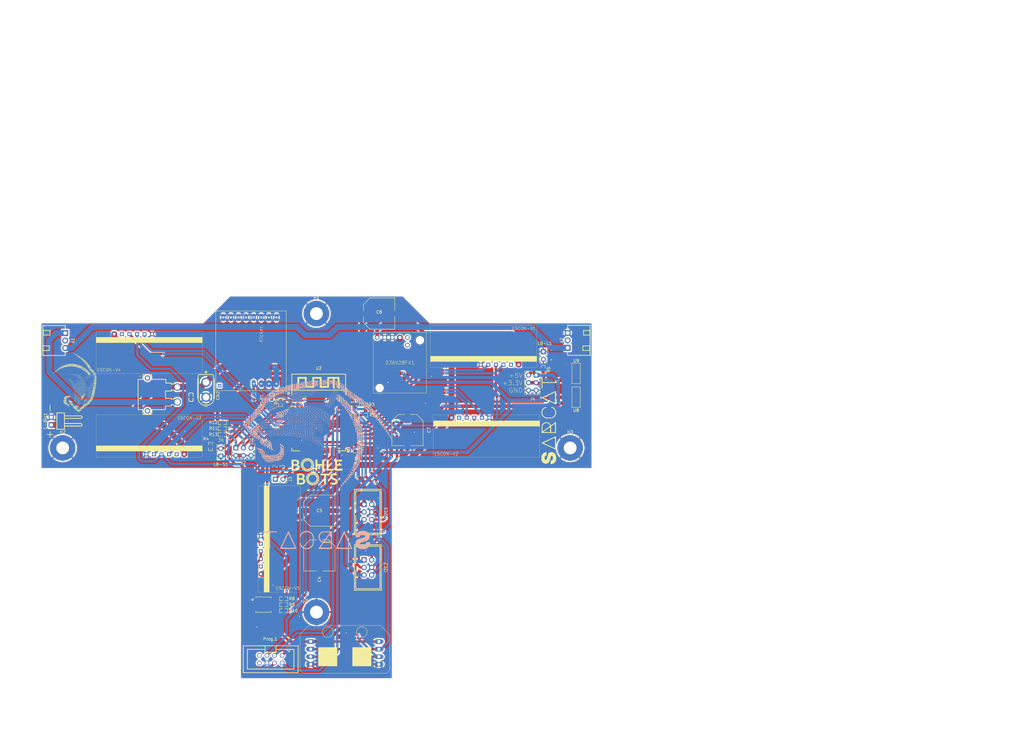
<source format=kicad_pcb>
(kicad_pcb (version 20240108) (generator "pcbnew") (generator_version "8.0")
  (layers (0 "F.Cu" signal) (31 "B.Cu" signal) (34 "B.Paste" user) (35 "F.Paste" user) (36 "B.SilkS" user "B.Silkscreen") (37 "F.SilkS" user "F.Silkscreen") (38 "B.Mask" user) (39 "F.Mask" user) (44 "Edge.Cuts" user))
  (net 0 "")
  (net 1 "GND")
  (net 2 "+5V")
  (net 3 "EN")
  (net 4 "+3.3V")
  (net 5 "DIR1")
  (net 9 "PWM1")
  (net 10 "ENA")
  (net 14 "PWM2")
  (net 15 "DIR2")
  (net 20 "DIR3")
  (net 22 "PWM3")
  (net 25 "DIR4")
  (net 26 "PWM4")
  (net 27 "KICK")
  (net 28 "BOOT")
  (net 29 "TX")
  (net 30 "RX")
  (net 31 "SDA")
  (net 32 "SCL")
  (net 33 "BARRIER")
  (net 34 "PWM5")
  (net 35 "+BATT")
  (net 36 "Net-(A1-Pad3)")
  (net 39 "Net-(LB-L1-Pin_2)")
  (net 42 "P23")
  (net 43 "Net-(LED1---Pad6)")
  (net 44 "Net-(LED1---Pad4)")
  (net 45 "Net-(LED1---Pad5)")
  (net 46 "LED_G")
  (net 47 "LED_R")
  (net 48 "LED_B")
  (net 49 "IN_34")
  (net 50 "IN_35")
  (net 51 "GPIO13")
  (net 52 "GPIO12")
  (net 53 "IN_39")
  (net 54 "Net-(A1-Pad1)")
  (footprint "sarcat:sarcatLabelSmall" (layer "F.Cu") (at 87.8 15.8 90)
    (property "Reference" "G***" (hide yes))
    (property "Value" "LOGO" (hide yes))
  )
  (footprint "sarcat:ESCON-V" (layer "F.Cu") (at -46 -7 90)
    (property "Reference" "ESCON-V4")
    (property "Value" "~")
  )
  (footprint "BohleBots:SOT-223_L6.5-W3.5-P2.30-LS7.0-BR" (layer "F.Cu") (at 97.000001 0.045163 180)
    (property "Reference" "U9")
    (property "Value" "LM1117IMPX-3_3_NOPB")
  )
  (footprint "BohleBots:CAP-SMD_BD10.0-L10.3-W10.3-LS11.3-FD" (layer "F.Cu") (at 40.5 19 -90)
    (property "Reference" "C7")
    (property "Value" "RVT1A221M0605-C72494")
  )
  (footprint "MountingHole:MountingHole_4.3mm_M4_Pad" (layer "F.Cu") (at -75 25)
    (property "Reference" "H2")
    (property "Value" "MountingHole_Pad")
  )
  (footprint "BohleBots:TASTER_LED" (layer "F.Cu") (at 19.5 90.5)
    (property "Reference" "Taster_LED1" (hide yes))
    (property "Value" "~" (hide yes))
  )
  (footprint "Connector_PinSocket_2.54mm:PinSocket_2x03_P2.54mm_Vertical" (layer "F.Cu") (at 83.6 0.6)
    (property "Reference" "J4")
    (property "Value" "Conn_02x03_Odd_Even")
  )
  (footprint "BohleBots:R0603" (layer "F.Cu") (at 25.746634 10.5 180)
    (property "Reference" "R3")
    (property "Value" "SMD-10k")
  )
  (footprint "MountingHole:MountingHole_4.3mm_M4_Pad" (layer "F.Cu") (at 10 -20)
    (property "Reference" "H1")
    (property "Value" "MountingHole_Pad")
  )
  (footprint "BohleBots:CAP-SMD_BD10.0-L10.3-W10.3-LS11.3-FD" (layer "F.Cu") (at 31 -20)
    (property "Reference" "C8")
    (property "Value" "SMD-680uF")
  )
  (footprint "BohleBots:R0603" (layer "F.Cu") (at -0.954152 75.552653)
    (property "Reference" "R8")
    (property "Value" "SMD-220R")
  )
  (footprint "MountingHole:MountingHole_4.3mm_M4_Pad" (layer "F.Cu") (at 95 25)
    (property "Reference" "H3")
    (property "Value" "MountingHole_Pad")
  )
  (footprint "sarcat:ESCON-V" (layer "F.Cu") (at -46 21 -90)
    (property "Reference" "ESCON-V3")
    (property "Value" "~")
  )
  (footprint "BohleBots:WIFIM-SMD_ESP32-WROOM-32-N4" (layer "F.Cu") (at 10.769647 16.828512)
    (property "Reference" "U2")
    (property "Value" "ESP32-WROOM-32")
  )
  (footprint "BohleBots:SOT-223_L6.5-W3.5-P2.30-LS7.0-BR" (layer "F.Cu") (at 97 8 180)
    (property "Reference" "U8")
    (property "Value" "LM1117IMPX-3_3_NOPB")
  )
  (footprint "BohleBots:C0603" (layer "F.Cu") (at -5 8 90)
    (property "Reference" "C3" (hide yes))
    (property "Value" "SMD-1uF")
  )
  (footprint "BohleBots:LED-SMD_6P-L5.0-W5.0-TL_TC5050RGBF08" (layer "F.Cu") (at -7.707518 77.499873)
    (property "Reference" "LED1" (hide yes))
    (property "Value" "led1" (hide yes))
  )
  (footprint "BohleBots:R0603" (layer "F.Cu") (at 23.746635 26)
    (property "Reference" "R7")
    (property "Value" "SMD-10K")
  )
  (footprint "BohleBots:CONN-TH_XH-3AW-C722865" (layer "F.Cu") (at -74.156503 -10.970003 -90)
    (property "Reference" "A1")
    (property "Value" "AKKU 1")
  )
  (footprint "BohleBots:R0603" (layer "F.Cu") (at -0.954152 77.499873)
    (property "Reference" "R9")
    (property "Value" "SMD-220R")
  )
  (footprint "BohleBots:R0603" (layer "F.Cu") (at -21.5 20.54 180)
    (property "Reference" "R13")
    (property "Value" "SMD-10k")
  )
  (footprint "BohleBots:R0603" (layer "F.Cu") (at -11 8 -90)
    (property "Reference" "R1")
    (property "Value" "SMD-10k")
  )
  (footprint "sarcat:ESCON-V" (layer "F.Cu") (at 67 21 90)
    (property "Reference" "ESCON-V2")
    (property "Value" "~")
  )
  (footprint "sarcat:ESCON-V" (layer "F.Cu") (at 66 -9 -90)
    (property "Reference" "ESCON-V1")
    (property "Value" "~")
  )
  (footprint "sarcat:ESCON-V" (layer "F.Cu") (at -2.5 55.5 180)
    (property "Reference" "ESCON-V5")
    (property "Value" "~")
  )
  (footprint "BohleBots:R0603" (layer "F.Cu") (at 25.746634 14 180)
    (property "Reference" "R2")
    (property "Value" "SMD-10k")
  )
  (footprint "BohleBots:CONN-TH_XT30UPB-F" (layer "F.Cu") (at -27 5.5 -90)
    (property "Reference" "CN2")
    (property "Value" "XT30UPB-F")
  )
  (footprint "Connector_PinSocket_2.54mm:PinSocket_1x02_P2.54mm_Vertical" (layer "F.Cu") (at -22.025 27.75 180)
    (property "Reference" "LB-S1")
    (property "Value" "Conn_01x02_Socket")
  )
  (footprint "sarcat:sarcatLogoSmall" (layer "F.Cu") (at -70.8 3.2 -90)
    (property "Reference" "G***" (hide yes))
    (property "Value" "LOGO" (hide yes))
  )
  (footprint "BohleBots:D36V28FX" (layer "F.Cu") (at 40.5 -9.46 180)
    (property "Reference" "D36V28FX1")
    (property "Value" "5V")
  )
  (footprint "BohleBots:logo" (layer "F.Cu") (at 10 33)
    (property "Reference" "G***" (hide yes))
    (property "Value" "LOGO" (hide yes))
  )
  (footprint "BohleBots:R0603" (layer "F.Cu") (at -25.5 24.5 -90)
    (property "Reference" "R4")
    (property "Value" "SMD-10k")
  )
  (footprint "Connector_PinSocket_2.54mm:PinSocket_1x02_P2.54mm_Vertical" (layer "F.Cu") (at -3.75 35.475 90)
    (property "Reference" "J3")
    (property "Value" "Conn_01x02")
  )
  (footprint "BohleBots:CONN-TH_XH-3AW-C722865" (layer "F.Cu") (at 94.156504 -11.029997 90)
    (property "Reference" "A2")
    (property "Value" "AKKU 2")
  )
  (footprint "BohleBots:R0603" (layer "F.Cu") (at -2 9.746634 90)
    (property "Reference" "R6")
    (property "Value" "SMD-10K")
  )
  (footprint "Connector_PinSocket_2.54mm:PinSocket_2x03_P2.54mm_Vertical" (layer "F.Cu") (at -17 25 90)
    (property "Reference" "J2")
    (property "Value" "Conn_02x03_Odd_Even")
  )
  (footprint "BohleBots:HDR-TH_2P-P2.54-H-M-W10.4" (layer "F.Cu") (at -78.8135 16 90)
    (property "Reference" "C-Big1")
    (property "Value" "Pinhead_1x02H")
  )
  (footprint "Connector_PinSocket_2.54mm:PinSocket_1x02_P2.54mm_Vertical" (layer "F.Cu") (at 86.025 -7.25)
    (property "Reference" "LB-L1")
    (property "Value" "Conn_01x02_Socket")
  )
  (footprint "BohleBots:KICKER" (layer "F.Cu") (at -23.71775 6.68625)
    (property "Reference" "Kicker1" (hide yes))
    (property "Value" "~" (hide yes))
  )
  (footprint "BohleBots:CAP-SMD_BD10.0-L10.3-W10.3-LS11.3-FD" (layer "F.Cu") (at 11 61 -90)
    (property "Reference" "C4")
    (property "Value" "SMD-220uF")
  )
  (footprint "BohleBots:R0603" (layer "F.Cu") (at -21.5 16.5 180)
    (property "Reference" "R12")
    (property "Value" "SMD-10k")
  )
  (footprint "BohleBots:CONN-TH_XT30PW-M" (layer "F.Cu") (at -41.6 7.1 -90)
    (property "Reference" "U3" (hide yes))
    (property "Value" "XT30_horizontal" (hide yes))
  )
  (footprint "BohleBots:IDC-TH_8P-P2.54-V-R2-C4-S2.54" (layer "F.Cu") (at -5.310008 95.770003 180)
    (property "Reference" "Prog.1")
    (property "Value" "Pfostenstecker_8_2x4")
  )
  (footprint "BohleBots:R0603" (layer "F.Cu") (at 86 -1.246634 -90)
    (property "Reference" "R5")
    (property "Value" "SMD-100R")
  )
  (footprint "BohleBots:R0603" (layer "F.Cu") (at -21.5 18.5 180)
    (property "Reference" "R11")
    (property "Value" "SMD-10k")
  )
  (footprint "BohleBots:C0603" (layer "F.Cu") (at -32 8 90)
    (property "Reference" "C6" (hide yes))
    (property "Value" "SMD-100nF")
  )
  (footprint "BohleBots:HDR-TH_6P-P2.54-V-F-R2-C3-S2.54-4" (layer "F.Cu") (at 27.229997 65.040005 -90)
    (property "Reference" "I2C2")
    (property "Value" "Pfostenstecker_6_2x3")
  )
  (footprint "BohleBots:HDR-TH_6P-P2.54-V-F-R2-C3-S2.54-4" (layer "F.Cu") (at 27.229997 46.459995 -90)
    (property "Reference" "I2C1")
    (property "Value" "Pfostenstecker_6_2x3")
  )
  (footprint "BohleBots:R0603" (layer "F.Cu") (at -0.954152 79.499873)
    (property "Reference" "R10")
    (property "Value" "SMD-220R")
  )
  (footprint "BohleBots:CAP-SMD_BD10.0-L10.3-W10.3-LS11.3-FD" (layer "F.Cu") (at 11 46)
    (property "Reference" "C5")
    (property "Value" "SMD-220uF_50V")
  )
  (footprint "MountingHole:MountingHole_4.3mm_M4_Pad" (layer "F.Cu") (at 10 80 45)
    (property "Reference" "H4")
    (property "Value" "MountingHole_Pad")
  )
  (footprint "sarcat:sarcatLabel" (layer "B.Cu") (at 10 55.8 180)
    (property "Reference" "G***" (hide yes))
    (property "Value" "LOGO" (hide yes))
  )
  (footprint "sarcat:sarcatLogo" (layer "B.Cu") (at 10 20 180)
    (property "Reference" "G***" (hide yes))
    (property "Value" "LOGO" (hide yes))
  )
  (gr_line (start -28 -17) (end -19 -26) (stroke (width 0.05)) (layer "Edge.Cuts"))
  (gr_line (start 102.39 32) (end 102.39 -17) (stroke (width 0.05)) (layer "Edge.Cuts"))
  (gr_line (start -15.5 102.39) (end 35.5 102.39) (stroke (width 0.05)) (layer "Edge.Cuts"))
  (gr_line (start 48 -17) (end 39 -26) (stroke (width 0.05)) (layer "Edge.Cuts"))
  (gr_line (start -82.39 32) (end -15.5 32) (stroke (width 0.05)) (layer "Edge.Cuts"))
  (gr_line (start -15.5 32) (end -15.5 102.39) (stroke (width 0.05)) (layer "Edge.Cuts"))
  (gr_line (start 48 -17) (end 102.39 -17) (stroke (width 0.05)) (layer "Edge.Cuts"))
  (gr_line (start -82.39 32) (end -82.39 -17) (stroke (width 0.05)) (layer "Edge.Cuts"))
  (gr_line (start 35.5 32) (end 35.5 102.39) (stroke (width 0.05)) (layer "Edge.Cuts"))
  (gr_line (start 102.39 32) (end 35.5 32) (stroke (width 0.05)) (layer "Edge.Cuts"))
  (gr_line (start 39 -26) (end -19 -26) (stroke (width 0.05)) (layer "Edge.Cuts"))
  (gr_line (start -28 -17) (end -82.39 -17) (stroke (width 0.05)) (layer "Edge.Cuts"))
  (gr_text "12\n13" (at -0.5 33.5 90) (layer "F.SilkS") (effects (font (size 1.54 1.54) (thickness 0.1)) (justify left bottom)))
  (gr_text "39 34 35\n" (at -18 23 0) (layer "F.SilkS") (effects (font (size 1 1) (thickness 0.1)) (justify left bottom)))
  (gr_text "+5V\n+3.3V\nGND" (at 79.2 6.6 0) (layer "F.SilkS") (effects (font (size 1.54 1.54) (thickness 0.1)) (justify right bottom)))
  (gr_text "-\n\n+" (at 88 -4 0) (layer "F.SilkS") (effects (font (size 1 1) (thickness 0.1)) (justify left bottom)))
  (gr_text "36\n" (at -23 23 0) (layer "F.SilkS") (effects (font (size 1 1) (thickness 0.1)) (justify left bottom)))
  (gr_text "-   +\n" (at -80.5 10 -90) (layer "F.SilkS") (effects (font (size 2.5 2.5) (thickness 0.22) (bold yes)) (justify left bottom)))
  (segment (start 5.054611 22.554611) (end 5 22.5) (width 1.2) (layer "F.Cu") (net 1))
  (segment (start -5 7.299976) (end 1.246217 7.299976) (width 0.8) (layer "F.Cu") (net 1))
  (segment (start 42.75 19.75) (end 40.5 22) (width 1.2) (layer "F.Cu") (net 1))
  (segment (start 33.459995 46.459995) (end 28.5 46.459995) (width 0.8) (layer "F.Cu") (net 1))
  (segment (start 28.5 65.040005) (end 31.370002 62.170002) (width 0.8) (layer "F.Cu") (net 1))
  (segment (start 5.054611 25.833541) (end 5.054611 22.554611) (width 1.2) (layer "F.Cu") (net 1))
  (segment (start 10.089662 15.163742) (end 11.349264 15.163742) (width 0.5) (layer "F.Cu") (net 1))
  (segment (start 40.5 22) (end 40.5 23.499873) (width 1.2) (layer "F.Cu") (net 1))
  (segment (start 31.370002 62.170002) (end 34.5 59.040005) (width 0.8) (layer "F.Cu") (net 1))
  (segment (start 8.07 97.485) (end 30.93 97.485) (width 0.8) (layer "F.Cu") (net 1))
  (segment (start 34.5 47.5) (end 33.459995 46.459995) (width 0.8) (layer "F.Cu") (net 1))
  (segment (start 34.5 59.040005) (end 34.5 47.5) (width 0.8) (layer "F.Cu") (net 1))
  (segment (start -14.579998 27.54) (end -17 27.54) (width 1.2) (layer "F.Cu") (net 1))
  (segment (start 9.5 15.753404) (end 10.089662 15.163742) (width 1.2) (layer "F.Cu") (net 1))
  (segment (start -14.539999 27.579999) (end -14.579998 27.54) (width 1.2) (layer "F.Cu") (net 1))
  (segment (start 1.246217 7.299976) (end 1.769622 7.823381) (width 0.8) (layer "F.Cu") (net 1))
  (via (at 30.5 25) (size 0.6) (drill 0.3) (layers "F.Cu" "B.Cu") (net 1))
  (via (at 30.75 41.75) (size 0.6) (drill 0.3) (layers "F.Cu" "B.Cu") (net 1))
  (via (at 42.75 19.75) (size 0.6) (drill 0.3) (layers "F.Cu" "B.Cu") (net 1))
  (via (at 5 22.5) (size 0.6) (drill 0.3) (layers "F.Cu" "B.Cu") (net 1))
  (via (at 26.5 59.5) (size 0.6) (drill 0.3) (layers "F.Cu" "B.Cu") (net 1))
  (via (at -10 85) (size 0.6) (drill 0.3) (layers "F.Cu" "B.Cu") (net 1))
  (via (at 4.4 81.4) (size 0.6) (drill 0.3) (layers "F.Cu" "B.Cu") (net 1))
  (via (at -49 1) (size 0.6) (drill 0.3) (layers "F.Cu" "B.Cu") (net 1))
  (via (at 48.5 1) (size 0.6) (drill 0.3) (layers "F.Cu" "B.Cu") (net 1))
  (via (at 18.6 27.4) (size 0.6) (drill 0.3) (layers "F.Cu" "B.Cu") (net 1))
  (via (at 34 3) (size 0.6) (drill 0.3) (layers "F.Cu" "B.Cu") (net 1))
  (via (at 20 87) (size 0.6) (drill 0.3) (layers "F.Cu" "B.Cu") (net 1))
  (via (at -34 19.5) (size 0.6) (drill 0.3) (layers "F.Cu" "B.Cu") (net 1))
  (via (at 18.6 32) (size 0.6) (drill 0.3) (layers "F.Cu" "B.Cu") (net 1))
  (via (at 10 18.5) (size 0.6) (drill 0.3) (layers "F.Cu" "B.Cu") (net 1))
  (via (at 10 29) (size 0.6) (drill 0.3) (layers "F.Cu" "B.Cu") (net 1))
  (via (at -4.5 71) (size 0.6) (drill 0.3) (layers "F.Cu" "B.Cu") (net 1))
  (via (at 46.5 10) (size 0.6) (drill 0.3) (layers "F.Cu" "B.Cu") (net 1))
  (via (at 31.370002 62.170002) (size 0.6) (drill 0.3) (layers "F.Cu" "B.Cu") (net 1))
  (segment (start 26.5 59.5) (end 28.7 59.5) (width 0.8) (layer "B.Cu") (net 1))
  (segment (start 28.7 59.5) (end 31.370002 62.170002) (width 0.8) (layer "B.Cu") (net 1))
  (segment (start -8.5348 54.5348) (end -8.5 54.5) (width 0.8) (layer "B.Cu") (net 1))
  (segment (start -8.6214 54.5348) (end -8.5348 54.5348) (width 0.8) (layer "B.Cu") (net 1))
  (segment (start -4.5 58.5) (end -4.5 71) (width 0.8) (layer "B.Cu") (net 1))
  (segment (start -8.5 54.5) (end -4.5 58.5) (width 0.8) (layer "B.Cu") (net 1))
  (segment (start 75.5 -13.5) (end 82 -7) (width 1.2) (layer "F.Cu") (net 2))
  (segment (start 82.66 -0.34) (end 83.6 0.6) (width 1.2) (layer "F.Cu") (net 2))
  (segment (start 43 -16.5) (end 46 -13.5) (width 1.2) (layer "F.Cu") (net 2))
  (segment (start 48.999873 14.500127) (end 40.5 14.500127) (width 1.2) (layer "F.Cu") (net 2))
  (segment (start 82 -0.34) (end 81.06 0.6) (width 1.2) (layer "F.Cu") (net 2))
  (segment (start 35 28) (end 35 20.000127) (width 1.2) (layer "F.Cu") (net 2))
  (segment (start 90.5 11) (end 91.5 10) (width 1.2) (layer "F.Cu") (net 2))
  (segment (start 94.142495 2.345138) (end 91.154862 2.345138) (width 1.2) (layer "F.Cu") (net 2))
  (segment (start 82 -7) (end 82 -0.34) (width 1.2) (layer "F.Cu") (net 2))
  (segment (start 30.34 -14.44) (end 32.4 -16.5) (width 1.2) (layer "F.Cu") (net 2))
  (segment (start 82 -0.34) (end 82.66 -0.34) (width 1.2) (layer "F.Cu") (net 2))
  (segment (start 82 11) (end 58 11) (width 1.2) (layer "F.Cu") (net 2))
  (segment (start 93.842519 10) (end 94.142494 10.299975) (width 1.2) (layer "F.Cu") (net 2))
  (segment (start 32.4 -16.5) (end 43 -16.5) (width 1.2) (layer "F.Cu") (net 2))
  (segment (start 91.5 10) (end 93.842519 10) (width 1.2) (layer "F.Cu") (net 2))
  (segment (start 46 -13.5) (end 75.5 -13.5) (width 1.2) (layer "F.Cu") (net 2))
  (segment (start 52.5 11) (end 48.999873 14.500127) (width 1.2) (layer "F.Cu") (net 2))
  (segment (start 35 20.000127) (end 40.5 14.500127) (width 1.2) (layer "F.Cu") (net 2))
  (segment (start 82 11) (end 90.5 11) (width 1.2) (layer "F.Cu") (net 2))
  (segment (start 30.34 -12) (end 30.34 -14.44) (width 1.2) (layer "F.Cu") (net 2))
  (segment (start 91.154862 2.345138) (end 91 2.5) (width 1.2) (layer "F.Cu") (net 2))
  (via (at 35 28) (size 0.6) (drill 0.3) (layers "F.Cu" "B.Cu") (net 2))
  (via (at 52.5 11) (size 0.6) (drill 0.3) (layers "F.Cu" "B.Cu") (net 2))
  (via (at 91 2.5) (size 0.6) (drill 0.3) (layers "F.Cu" "B.Cu") (net 2))
  (via (at 58 11) (size 0.6) (drill 0.3) (layers "F.Cu" "B.Cu") (net 2))
  (via (at 91.5 10) (size 0.6) (drill 0.3) (layers "F.Cu" "B.Cu") (net 2))
  (segment (start 22.229997 52.729997) (end 25.959994 49) (width 1.2) (layer "B.Cu") (net 2))
  (segment (start 24.100111 67.58001) (end 20.1 63.579899) (width 1.2) (layer "B.Cu") (net 2))
  (segment (start 25.959994 67.58001) (end 24.100111 67.58001) (width 1.2) (layer "B.Cu") (net 2))
  (segment (start 20.1 63.579899) (end 20.1 54.859994) (width 1.2) (layer "B.Cu") (net 2))
  (segment (start 83.6 0.6) (end 89.1 0.6) (width 1.2) (layer "B.Cu") (net 2))
  (segment (start 89.1 0.6) (end 91 2.5) (width 1.2) (layer "B.Cu") (net 2))
  (segment (start 22.229997 52.729997) (end 22.229997 40.770003) (width 1.2) (layer "B.Cu") (net 2))
  (segment (start 58 11) (end 52.5 11) (width 1.2) (layer "B.Cu") (net 2))
  (segment (start 22.229997 40.770003) (end 35 28) (width 1.2) (layer "B.Cu") (net 2))
  (segment (start 20.1 54.859994) (end 22.229997 52.729997) (width 1.2) (layer "B.Cu") (net 2))
  (segment (start 91 9.5) (end 91.5 10) (width 1.2) (layer "B.Cu") (net 2))
  (segment (start 91 2.5) (end 91 9.5) (width 1.2) (layer "B.Cu") (net 2))
  (segment (start 1.769622 10.363386) (end -1.863386 10.363386) (width 0.8) (layer "F.Cu") (net 3))
  (segment (start -5 8.700024) (end -3.200024 10.5) (width 0.8) (layer "F.Cu") (net 3))
  (segment (start -7.585786 10.5) (end -3.200024 10.5) (width 0.8) (layer "F.Cu") (net 3))
  (segment (start -19.292893 22.207107) (end -7.585786 10.5) (width 0.8) (layer "F.Cu") (net 3))
  (segment (start -5.499998 98.5) (end -4.040004 97.040006) (width 0.8) (layer "F.Cu") (net 3))
  (segment (start -13 33) (end -13 97) (width 0.8) (layer "F.Cu") (net 3))
  (segment (start -17.125 30.5) (end -15.5 30.5) (width 0.8) (layer "F.Cu") (net 3))
  (segment (start -19.5 28.125) (end -17.125 30.5) (width 0.8) (layer "F.Cu") (net 3))
  (segment (start -15.5 30.5) (end -13 33) (width 0.8) (layer "F.Cu") (net 3))
  (segment (start -11.5 98.5) (end -5.499998 98.5) (width 0.8) (layer "F.Cu") (net 3))
  (segment (start -1.863386 10.363386) (end -2 10.5) (width 0.8) (layer "F.Cu") (net 3))
  (segment (start -13 97) (end -11.5 98.5) (width 0.8) (layer "F.Cu") (net 3))
  (segment (start -3.200024 10.5) (end -2 10.5) (width 0.8) (layer "F.Cu") (net 3))
  (via (at -19.292893 22.207107) (size 0.6) (drill 0.3) (layers "F.Cu" "B.Cu") (net 3))
  (via (at -19.5 28.125) (size 0.6) (drill 0.3) (layers "F.Cu" "B.Cu") (net 3))
  (segment (start -19.5 25.5) (end -19.292893 25.292893) (width 0.8) (layer "B.Cu") (net 3))
  (segment (start -19.5 28.125) (end -19.5 25.5) (width 0.8) (layer "B.Cu") (net 3))
  (segment (start -19.292893 25.292893) (end -19.292893 22.207107) (width 0.8) (layer "B.Cu") (net 3))
  (segment (start 25.959994 43.91999) (end 25.959994 36.459994) (width 1.2) (layer "F.Cu") (net 4))
  (segment (start 11 56.500127) (end 11.279857 56.500127) (width 1.2) (layer "F.Cu") (net 4))
  (segment (start 21.5 82) (end 13.635 89.865) (width 1.2) (layer "F.Cu") (net 4))
  (segment (start 23.859994 43.91999) (end 21.5 46.279984) (width 1.2) (layer "F.Cu") (net 4))
  (segment (start 21.5 63) (end 21.5 82) (width 1.2) (layer "F.Cu") (net 4))
  (segment (start 87 9) (end 88 8) (width 1.2) (layer "F.Cu") (net 4))
  (segment (start 86 3.4) (end 83.86 3.4) (width 1.2) (layer "F.Cu") (net 4))
  (segment (start 88 8) (end 94.142494 8) (width 1.2) (layer "F.Cu") (net 4))
  (segment (start -8.457518 80.457518) (end -9.915036 79) (width 0.8) (layer "F.Cu") (net 4))
  (segment (start 0.949964 89.865) (end -8.457518 80.457518) (width 0.8) (layer "F.Cu") (net 4))
  (segment (start 99.857507 0.045163) (end 94.142495 0.045163) (width 1.2) (layer "F.Cu") (net 4))
  (segment (start -9.915036 79) (end -9.915036 77.499874) (width 0.8) (layer "F.Cu") (net 4))
  (segment (start 30.5 28.5) (end 32.5 26.5) (width 1.2) (layer "F.Cu") (net 4))
  (segment (start -24.213366 20.54) (end -24.253366 20.5) (width 1.2) (layer "F.Cu") (net 4))
  (segment (start 83.86 3.4) (end 83.6 3.14) (width 1.2) (layer "F.Cu") (net 4))
  (segment (start -9.915036 77.499874) (end -9.915037 77.499873) (width 0.8) (layer "F.Cu") (net 4))
  (segment (start 23.5 3.5) (end 23.5 0) (width 0.5) (layer "F.Cu") (net 4))
  (segment (start -25.5 21.746634) (end -25.5 23.746634) (width 1.2) (layer "F.Cu") (net 4))
  (segment (start 11.279857 56.500127) (end 21.5 46.279984) (width 1.2) (layer "F.Cu") (net 4))
  (segment (start 24 28.5) (end 30.5 28.5) (width 1.2) (layer "F.Cu") (net 4))
  (segment (start 5.906616 9.093384) (end 6 9) (width 0.5) (layer "F.Cu") (net 4))
  (segment (start 20.5 6.5) (end 23.5 3.5) (width 0.5) (layer "F.Cu") (net 4))
  (segment (start -23.090938 16.409062) (end -23.090938 11.590938) (width 1.2) (layer "F.Cu") (net 4))
  (segment (start 13.635 89.865) (end 8.07 89.865) (width 1.2) (layer "F.Cu") (net 4))
  (segment (start 99.857507 7.999999) (end 99.857506 8) (width 1.2) (layer "F.Cu") (net 4))
  (segment (start -8.6214 62.1548) (end -8.6214 59.6148) (width 0.8) (layer "F.Cu") (net 4))
  (segment (start 25.959994 36.459994) (end 24 34.5) (width 1.2) (layer "F.Cu") (net 4))
  (segment (start 21.5 46.279984) (end 21.5 63) (width 1.2) (layer "F.Cu") (net 4))
  (segment (start 83.6 3.14) (end 81.06 3.14) (width 1.2) (layer "F.Cu") (net 4))
  (segment (start -24.253366 17.57149) (end -23.090938 16.409062) (width 1.2) (layer "F.Cu") (net 4))
  (segment (start 86 8) (end 87 9) (width 1.2) (layer "F.Cu") (net 4))
  (segment (start 3.135 89.865) (end -1.5 94.5) (width 0.8) (layer "F.Cu") (net 4))
  (segment (start 23.5 0) (end 39 0) (width 1.2) (layer "F.Cu") (net 4))
  (segment (start -24.253366 20.5) (end -24.253366 18) (width 1.2) (layer "F.Cu") (net 4))
  (segment (start 16 6.5) (end 20.5 6.5) (width 0.5) (layer "F.Cu") (net 4))
  (segment (start 86 3.4) (end 86 8) (width 1.2) (layer "F.Cu") (net 4))
  (segment (start -23.753366 18.5) (end -24.253366 18) (width 1.2) (layer "F.Cu") (net 4))
  (segment (start 26.5 14) (end 26.5 10.5) (width 1.2) (layer "F.Cu") (net 4))
  (segment (start 26.5 10.5) (end 26.5 3) (width 1.2) (layer "F.Cu") (net 4))
  (segment (start 24 28.5) (end 24.5 28) (width 1.2) (layer "F.Cu") (net 4))
  (segment (start 24.5 28) (end 24.5 26) (width 1.2) (layer "F.Cu") (net 4))
  (segment (start -22.253366 16.5) (end -23 16.5) (width 1.2) (layer "F.Cu") (net 4))
  (segment (start -22.253366 18.5) (end -23.753366 18.5) (width 1.2) (layer "F.Cu") (net 4))
  (segment (start -1.899884 9.093384) (end -2 8.993268) (width 0.5) (layer "F.Cu") (net 4))
  (segment (start 8.07 89.865) (end 30.93 89.865) (width 0.8) (layer "F.Cu") (net 4))
  (segment (start 13.406616 9.093384) (end 16 6.5) (width 0.5) (layer "F.Cu") (net 4))
  (segment (start -22.253366 20.54) (end -24.213366 20.54) (width 1.2) (layer "F.Cu") (net 4))
  (segment (start -24.253366 18) (end -24.253366 17.57149) (width 1.2) (layer "F.Cu") (net 4))
  (segment (start 86 -0.493268) (end 86 3.4) (width 1.2) (layer "F.Cu") (net 4))
  (segment (start -9.915036 75.999746) (end -9.915036 63.448436) (width 0.8) (layer "F.Cu") (net 4))
  (segment (start 1.769622 9.093384) (end 5.906616 9.093384) (width 0.5) (layer "F.Cu") (net 4))
  (segment (start -11.5 0) (end 23.5 0) (width 1.2) (layer "F.Cu") (net 4))
  (segment (start 99.857507 0.045163) (end 99.857507 7.999999) (width 1.2) (layer "F.Cu") (net 4))
  (segment (start -23.090938 11.590938) (end -11.5 0) (width 1.2) (layer "F.Cu") (net 4))
  (segment (start 8.07 89.865) (end 0.949964 89.865) (width 0.8) (layer "F.Cu") (net 4))
  (segment (start 25.959994 43.91999) (end 23.859994 43.91999) (width 1.2) (layer "F.Cu") (net 4))
  (segment (start -24.253366 20.5) (end -25.5 21.746634) (width 1.2) (layer "F.Cu") (net 4))
  (segment (start 8.07 89.865) (end 3.135 89.865) (width 0.8) (layer "F.Cu") (net 4))
  (segment (start 1.769622 9.093384) (end -1.899884 9.093384) (width 0.5) (layer "F.Cu") (net 4))
  (segment (start -9.915036 63.448436) (end -8.6214 62.1548) (width 0.8) (layer "F.Cu") (net 4))
  (segment (start -9.915037 77.499873) (end -9.915037 75.999747) (width 0.8) (layer "F.Cu") (net 4))
  (segment (start 94.142494 8) (end 99.857506 8) (width 1.2) (layer "F.Cu") (net 4))
  (segment (start -9.915037 75.999747) (end -9.915036 75.999746) (width 0.8) (layer "F.Cu") (net 4))
  (segment (start 26.5 3) (end 23.5 0) (width 1.2) (layer "F.Cu") (net 4))
  (segment (start -23 16.5) (end -23.090938 16.409062) (width 1.2) (layer "F.Cu") (net 4))
  (via (at 21.5 63) (size 0.6) (drill 0.3) (layers "F.Cu" "B.Cu") (net 4))
  (via (at 24 28.5) (size 0.6) (drill 0.3) (layers "F.Cu" "B.Cu") (net 4))
  (via (at 24 34.5) (size 0.6) (drill 0.3) (layers "F.Cu" "B.Cu") (net 4))
  (via (at 6 9) (size 0.6) (drill 0.3) (layers "F.Cu" "B.Cu") (net 4))
  (via (at 32.5 26.5) (size 0.6) (drill 0.3) (layers "F.Cu" "B.Cu") (net 4))
  (via (at 39 0) (size 0.6) (drill 0.3) (layers "F.Cu" "B.Cu") (net 4))
  (via (at 87 9) (size 0.6) (drill 0.3) (layers "F.Cu" "B.Cu") (net 4))
  (via (at 13.406616 9.093384) (size 0.6) (drill 0.3) (layers "F.Cu" "B.Cu") (net 4))
  (segment (start 74.5 12.548856) (end 74.5 9) (width 1.2) (layer "B.Cu") (net 4))
  (segment (start 21.5 63) (end 25.459994 63) (width 1.2) (layer "B.Cu") (net 4))
  (segment (start 60.548856 26.5) (end 74.5 12.548856) (width 1.2) (layer "B.Cu") (net 4))
  (segment (start 39 0) (end 42 3) (width 1.2) (layer "B.Cu") (net 4))
  (segment (start 13.313232 9) (end 13.406616 9.093384) (width 0.5) (layer "B.Cu") (net 4))
  (segment (start 80.4 9) (end 82.757919 9) (width 1.2) (layer "B.Cu") (net 4))
  (segment (start 24 34.5) (end 24 28.5) (width 1.2) (layer "B.Cu") (net 4))
  (segment (start 42 3) (end 68.5 3) (width 1.2) (layer "B.Cu") (net 4))
  (segment (start 87 9) (end 82.757919 9) (width 1.2) (layer "B.Cu") (net 4))
  (segment (start 25.459994 63) (end 25.959994 62.5) (width 1.2) (layer "B.Cu") (net 4))
  (segment (start 6 9) (end 13.313232 9) (width 0.5) (layer "B.Cu") (net 4))
  (segment (start 68.5 3) (end 74.5 9) (width 1.2) (layer "B.Cu") (net 4))
  (segment (start 74.5 9) (end 80.4 9) (width 1.2) (layer "B.Cu") (net 4))
  (segment (start 32.5 26.5) (end 60.548856 26.5) (width 1.2) (layer "B.Cu") (net 4))
  (segment (start 45.5 0) (end 53 0) (width 0.8) (layer "F.Cu") (net 5))
  (segment (start 19.769622 17.983402) (end 27.516598 17.983402) (width 0.8) (layer "F.Cu") (net 5))
  (segment (start 27.516598 17.983402) (end 45.5 0) (width 0.8) (layer "F.Cu") (net 5))
  (via (at 53 0) (size 0.6) (drill 0.3) (layers "F.Cu" "B.Cu") (net 5))
  (segment (start 69.7762 0) (end 72.6548 -2.8786) (width 0.8) (layer "B.Cu") (net 5))
  (segment (start 53 0) (end 69.7762 0) (width 0.8) (layer "B.Cu") (net 5))
  (segment (start 19.769622 16.713399) (end 26.786601 16.713399) (width 0.8) (layer "F.Cu") (net 9))
  (segment (start 26.786601 16.713399) (end 34 9.5) (width 0.8) (layer "F.Cu") (net 9))
  (segment (start 34 9.5) (end 44.5 -1) (width 0.8) (layer "F.Cu") (net 9))
  (segment (start 44.5 -1) (end 53 -1) (width 0.8) (layer "F.Cu") (net 9))
  (via (at 53 -1) (size 0.6) (drill 0.3) (layers "F.Cu" "B.Cu") (net 9))
  (segment (start 53 -1) (end 65.6962 -1) (width 0.8) (layer "B.Cu") (net 9))
  (segment (start 65.6962 -1) (end 67.5748 -2.8786) (width 0.8) (layer "B.Cu") (net 9))
  (segment (start 20.166459 25.833541) (end 20.5 25.5) (width 0.8) (layer "F.Cu") (net 10))
  (segment (start 70.5 7) (end 70.1148 6.6148) (width 0.8) (layer "F.Cu") (net 10))
  (segment (start 70.1148 6.6148) (end 70.1148 -2.878601) (width 0.8) (layer "F.Cu") (net 10))
  (segment (start 16.484632 25.833541) (end 20.166459 25.833541) (width 0.8) (layer "F.Cu") (net 10))
  (segment (start 36.25 16.25) (end 29 23.5) (width 0.8) (layer "F.Cu") (net 10))
  (segment (start 29 23.5) (end 24.5 23.5) (width 0.8) (layer "F.Cu") (net 10))
  (segment (start -50.1148 -12.6148) (end -50.1148 -13.1214) (width 0.8) (layer "F.Cu") (net 10))
  (segment (start 16.484632 27.777754) (end 11.762386 32.5) (width 0.8) (layer "F.Cu") (net 10))
  (segment (start 70.5 8.5) (end 70.5 7) (width 0.8) (layer "F.Cu") (net 10))
  (segment (start 16.484632 25.833541) (end 16.484632 27.777754) (width 0.8) (layer "F.Cu") (net 10))
  (segment (start 11.762386 32.5) (end 9 32.5) (width 0.8) (layer "F.Cu") (net 10))
  (via (at 70.5 8.5) (size 0.6) (drill 0.3) (layers "F.Cu" "B.Cu") (net 10))
  (via (at 24.5 23.5) (size 0.6) (drill 0.3) (layers "F.Cu" "B.Cu") (net 10))
  (via (at 9 32.5) (size 0.6) (drill 0.3) (layers "F.Cu" "B.Cu") (net 10))
  (via (at 20.5 25.5) (size 0.6) (drill 0.3) (layers "F.Cu" "B.Cu") (net 10))
  (via (at 36.25 16.25) (size 0.6) (drill 0.3) (layers "F.Cu" "B.Cu") (net 10))
  (segment (start 20.5 25.5) (end 22.5 25.5) (width 0.8) (layer "B.Cu") (net 10))
  (segment (start -50 -6.183704) (end -45.316296 -1.5) (width 0.8) (layer "B.Cu") (net 10))
  (segment (start 37.25 16.25) (end 38.5 17.5) (width 0.8) (layer "B.Cu") (net 10))
  (segment (start 38.5 17.5) (end 64.5 17.5) (width 0.8) (layer "B.Cu") (net 10))
  (segment (start -49.5 28.5) (end -48.5 29.5) (width 0.8) (layer "B.Cu") (net 10))
  (segment (start -48.5 29.5) (end -44.263801 29.5) (width 0.8) (layer "B.Cu") (net 10))
  (segment (start -50 -13.0066) (end -50 -6.183704) (width 0.8) (layer "B.Cu") (net 10))
  (segment (start -45.316296 -1.5) (end -39 -1.5) (width 0.8) (layer "B.Cu") (net 10))
  (segment (start 62.8852 15.8852) (end 64.5 17.5) (width 0.8) (layer "B.Cu") (net 10))
  (segment (start -34.65 10.65) (end -49.5 25.5) (width 0.8) (layer "B.Cu") (net 10))
  (segment (start -38.606599 30.4) (end -11.1 30.4) (width 0.8) (layer "B.Cu") (net 10))
  (segment (start -34.65 2.85) (end -34.65 10.65) (width 0.8) (layer "B.Cu") (net 10))
  (segment (start -41.8852 27.121399) (end -38.606599 30.4) (width 0.8) (layer "B.Cu") (net 10))
  (segment (start -50.1148 -13.1214) (end -50 -13.0066) (width 0.8) (layer "B.Cu") (net 10))
  (segment (start 64.5 17.5) (end 67.8518 17.5) (width 0.8) (layer "B.Cu") (net 10))
  (segment (start 62.8852 14.878601) (end 62.8852 15.8852) (width 0.8) (layer "B.Cu") (net 10))
  (segment (start 70.5 14.8518) (end 70.5 8.5) (width 0.8) (layer "B.Cu") (net 10))
  (segment (start 36.25 16.25) (end 37.25 16.25) (width 0.8) (layer "B.Cu") (net 10))
  (segment (start -39 -1.5) (end -34.65 2.85) (width 0.8) (layer "B.Cu") (net 10))
  (segment (start 22.5 25.5) (end 24.5 23.5) (width 0.8) (layer "B.Cu") (net 10))
  (segment (start -49.5 25.5) (end -49.5 28.5) (width 0.8) (layer "B.Cu") (net 10))
  (segment (start -11.1 30.4) (end -9 32.5) (width 0.8) (layer "B.Cu") (net 10))
  (segment (start 67.8518 17.5) (end 70.5 14.8518) (width 0.8) (layer "B.Cu") (net 10))
  (segment (start -9 32.5) (end 9 32.5) (width 0.8) (layer "B.Cu") (net 10))
  (segment (start -44.263801 29.5) (end -41.8852 27.121399) (width 0.8) (layer "B.Cu") (net 10))
  (segment (start 19.769622 20.523407) (end 28.476593 20.523407) (width 0.8) (layer "F.Cu") (net 14))
  (segment (start 43.5 5.5) (end 53.5 5.5) (width 0.8) (layer "F.Cu") (net 14))
  (segment (start 28.476593 20.523407) (end 43.5 5.5) (width 0.8) (layer "F.Cu") (net 14))
  (via (at 53.5 5.5) (size 0.6) (drill 0.3) (layers "F.Cu" "B.Cu") (net 14))
  (segment (start 65.4252 13.8252) (end 57.1 5.5) (width 0.8) (layer "B.Cu") (net 14))
  (segment (start 53.5 5.5) (end 57.1 5.5) (width 0.8) (layer "B.Cu") (net 14))
  (segment (start 65.4252 14.8786) (end 65.4252 13.8252) (width 0.8) (layer "B.Cu") (net 14))
  (segment (start 19.769622 21.793409) (end 28.706591 21.793409) (width 0.8) (layer "F.Cu") (net 15))
  (segment (start 44 6.5) (end 53.5 6.5) (width 0.8) (layer "F.Cu") (net 15))
  (segment (start 28.706591 21.793409) (end 44 6.5) (width 0.8) (layer "F.Cu") (net 15))
  (via (at 53.5 6.5) (size 0.6) (drill 0.3) (layers "F.Cu" "B.Cu") (net 15))
  (segment (start 60.3452 10.3452) (end 60.3452 14.8786) (width 0.8) (layer "B.Cu") (net 15))
  (segment (start 56.5 6.5) (end 60.3452 10.3452) (width 0.8) (layer "B.Cu") (net 15))
  (segment (start 53.5 6.5) (end 56.5 6.5) (width 0.8) (layer "B.Cu") (net 15))
  (segment (start -6.023407 20.523407) (end -7.5 22) (width 0.8) (layer "F.Cu") (net 20))
  (segment (start 1.769622 20.523407) (end -6.023407 20.523407) (width 0.8) (layer "F.Cu") (net 20))
  (via (at -7.5 22) (size 0.6) (drill 0.3) (layers "F.Cu" "B.Cu") (net 20))
  (segment (start -27.2238 15) (end -39.3452 27.1214) (width 0.8) (layer "B.Cu") (net 20))
  (segment (start -7.5 22) (end -14.5 15) (width 0.8) (layer "B.Cu") (net 20))
  (segment (start -14.5 15) (end -27.2238 15) (width 0.8) (layer "B.Cu") (net 20))
  (segment (start 1.769622 19.253404) (end -6.253404 19.253404) (width 0.8) (layer "F.Cu") (net 22))
  (segment (start -6.253404 19.253404) (end -7.5 20.5) (width 0.8) (layer "F.Cu") (net 22))
  (via (at -7.5 20.5) (size 0.6) (drill 0.3) (layers "F.Cu" "B.Cu") (net 22))
  (segment (start -31.3038 14) (end -44.4252 27.1214) (width 0.8) (layer "B.Cu") (net 22))
  (segment (start -7.5 20.5) (end -14 14) (width 0.8) (layer "B.Cu") (net 22))
  (segment (start -14 14) (end -31.3038 14) (width 0.8) (layer "B.Cu") (net 22))
  (segment (start 1.769622 17.983402) (end -2.016598 17.983402) (width 0.8) (layer "F.Cu") (net 25))
  (segment (start -46.0334 -6.5) (end -52.6548 -13.1214) (width 0.8) (layer "F.Cu") (net 25))
  (segment (start -41.5 -6.5) (end -46.0334 -6.5) (width 0.8) (layer "F.Cu") (net 25))
  (segment (start -2.016598 17.983402) (end -2.5 17.5) (width 0.8) (layer "F.Cu") (net 25))
  (via (at -41.5 -6.5) (size 0.6) (drill 0.3) (layers "F.Cu" "B.Cu") (net 25))
  (via (at -2.5 17.5) (size 0.6) (drill 0.3) (layers "F.Cu" "B.Cu") (net 25))
  (segment (start -28 -6.5) (end -41.5 -6.5) (width 0.8) (layer "B.Cu") (net 25))
  (segment (start -2.5 17.5) (end -4 17.5) (width 0.8) (layer "B.Cu") (net 25))
  (segment (start -4 17.5) (end -28 -6.5) (width 0.8) (layer "B.Cu") (net 25))
  (segment (start -1.286601 16.713399) (end -1.5 16.5) (width 0.8) (layer "F.Cu") (net 26))
  (segment (start 1.769622 16.713399) (end -1.286601 16.713399) (width 0.8) (layer "F.Cu") (net 26))
  (via (at -1.5 16.5) (size 0.6) (drill 0.3) (layers "F.Cu" "B.Cu") (net 26))
  (segment (start -1.5 16.5) (end -3.5 16.5) (width 0.8) (layer "B.Cu") (net 26))
  (segment (start -27.5 -7.5) (end -45 -7.5) (width 0.8) (layer "B.Cu") (net 26))
  (segment (start -45 -7.5) (end -47.5748 -10.0748) (width 0.8) (layer "B.Cu") (net 26))
  (segment (start -3.5 16.5) (end -27.5 -7.5) (width 0.8) (layer "B.Cu") (net 26))
  (segment (start -47.5748 -10.0748) (end -47.5748 -13.1214) (width 0.8) (layer "B.Cu") (net 26))
  (segment (start -11.01775 3.51125) (end -11.01775 7.228884) (width 0.8) (layer "F.Cu") (net 27))
  (segment (start 19.769622 23.063412) (end 10.563412 23.063412) (width 0.8) (layer "F.Cu") (net 27))
  (segment (start -11.01775 7.228884) (end -11 7.246634) (width 0.8) (layer "F.Cu") (net 27))
  (segment (start 5 17.5) (end 5 10.5) (width 0.8) (layer "F.Cu") (net 27))
  (segment (start 10.563412 23.063412) (end 5 17.5) (width 0.8) (layer "F.Cu") (net 27))
  (via (at 5 10.5) (size 0.6) (drill 0.3) (layers "F.Cu" "B.Cu") (net 27))
  (segment (start -6.529 8) (end -11.01775 3.51125) (width 0.8) (layer "B.Cu") (net 27))
  (segment (start -0.5 8) (end -6.529 8) (width 0.8) (layer "B.Cu") (net 27))
  (segment (start 5 10.5) (end 2 10.5) (width 0.8) (layer "B.Cu") (net 27))
  (segment (start 2 10.5) (end -0.5 8) (width 0.8) (layer "B.Cu") (net 27))
  (segment (start 22.746635 25.753365) (end 22.99327 26) (width 0.8) (layer "F.Cu") (net 28))
  (segment (start 21.326684 24.333414) (end 22.746635 25.753365) (width 0.8) (layer "F.Cu") (net 28))
  (segment (start 19.769622 24.333414) (end 21.326684 24.333414) (width 0.8) (layer "F.Cu") (net 28))
  (segment (start 11.5 37.5) (end 22.99327 26.00673) (width 0.8) (layer "F.Cu") (net 28))
  (segment (start 22.99327 26.00673) (end 22.99327 26) (width 0.8) (layer "F.Cu") (net 28))
  (via (at 11.5 37.5) (size 0.6) (drill 0.3) (layers "F.Cu" "B.Cu") (net 28))
  (segment (start 5.5 43.5) (end 11.5 37.5) (width 0.8) (layer "B.Cu") (net 28))
  (segment (start 0 87.919988) (end 0 82.414214) (width 0.8) (layer "B.Cu") (net 28))
  (segment (start 5.5 76.914214) (end 5.5 43.5) (width 0.8) (layer "B.Cu") (net 28))
  (segment (start 0 82.414214) (end 5.5 76.914214) (width 0.8) (layer "B.Cu") (net 28))
  (segment (start -6.580012 94.5) (end 0 87.919988) (width 0.8) (layer "B.Cu") (net 28))
  (segment (start 19.769622 11.633389) (end 17.366611 11.633389) (width 0.8) (layer "F.Cu") (net 29))
  (segment (start 17.366611 11.633389) (end 17 12) (width 0.8) (layer "F.Cu") (net 29))
  (via (at 17 12) (size 0.6) (drill 0.3) (layers "F.Cu" "B.Cu") (net 29))
  (segment (start 17 93.5) (end 11 99.5) (width 0.8) (layer "B.Cu") (net 29))
  (segment (start 11 99.5) (end 0.959994 99.5) (width 0.8) (layer "B.Cu") (net 29))
  (segment (start 0.959994 99.5) (end -1.5 97.040006) (width 0.8) (layer "B.Cu") (net 29))
  (segment (start 17 12) (end 17 93.5) (width 0.8) (layer "B.Cu") (net 29))
  (segment (start 17.596609 12.903391) (end 15.5 15) (width 0.8) (layer "F.Cu") (net 30))
  (segment (start 19.769622 12.903391) (end 17.596609 12.903391) (width 0.8) (layer "F.Cu") (net 30))
  (via (at 15.5 15) (size 0.6) (drill 0.3) (layers "F.Cu" "B.Cu") (net 30))
  (segment (start 3.459994 87) (end -4.040005 94.499999) (width 0.8) (layer "B.Cu") (net 30))
  (segment (start 15.5 15) (end 15.5 83.7) (width 0.8) (layer "B.Cu") (net 30))
  (segment (start 15.5 83.7) (end 12.2 87) (width 0.8) (layer "B.Cu") (net 30))
  (segment (start 12.2 87) (end 3.459994 87) (width 0.8) (layer "B.Cu") (net 30))
  (segment (start 26.5 34) (end 26.5 34.5) (width 0.8) (layer "F.Cu") (net 31))
  (segment (start 23 14.5) (end 24 15.5) (width 0.8) (layer "F.Cu") (net 31))
  (segment (start 24.819874 14.173394) (end 24.993268 14) (width 0.8) (layer "F.Cu") (net 31))
  (segment (start 23 14.173394) (end 24.819874 14.173394) (width 0.8) (layer "F.Cu") (net 31))
  (segment (start 23 14.173394) (end 23 14.5) (width 0.8) (layer "F.Cu") (net 31))
  (segment (start 28.5 36.5) (end 28.5 43.91999) (width 0.8) (layer "F.Cu") (net 31))
  (segment (start 28.5 62.5) (end 28.5 57.5) (width 0.8) (layer "F.Cu") (net 31))
  (segment (start 26.5 34.5) (end 28.5 36.5) (width 0.8) (layer "F.Cu") (net 31))
  (segment (start 19.769622 14.173394) (end 23 14.173394) (width 0.8) (layer "F.Cu") (net 31))
  (segment (start 28.5 57.5) (end 31 55) (width 0.8) (layer "F.Cu") (net 31))
  (segment (start 30.93 92.405) (end 8.07 92.405) (width 0.8) (layer "F.Cu") (net 31))
  (via (at 31 55) (size 0.6) (drill 0.3) (layers "F.Cu" "B.Cu") (net 31))
  (via (at 26.5 34) (size 0.6) (drill 0.3) (layers "F.Cu" "B.Cu") (net 31))
  (via (at 24 15.5) (size 0.6) (drill 0.3) (layers "F.Cu" "B.Cu") (net 31))
  (segment (start 34 58) (end 31 55) (width 0.8) (layer "B.Cu") (net 31))
  (segment (start 24.197056 15.5) (end 26.5 17.802944) (width 0.8) (layer "B.Cu") (net 31))
  (segment (start 31 46.41999) (end 28.5 43.91999) (width 0.8) (layer "B.Cu") (net 31))
  (segment (start 34 90.089) (end 34 58) (width 0.8) (layer "B.Cu") (net 31))
  (segment (start 26.5 17.802944) (end 26.5 34) (width 0.8) (layer "B.Cu") (net 31))
  (segment (start 24 15.5) (end 24.197056 15.5) (width 0.8) (layer "B.Cu") (net 31))
  (segment (start 34 90.089) (end 31.684 92.405) (width 0.8) (layer "B.Cu") (net 31))
  (segment (start 31.684 92.405) (end 30.93 92.405) (width 0.8) (layer "B.Cu") (net 31))
  (segment (start 31 55) (end 31 46.41999) (width 0.8) (layer "B.Cu") (net 31))
  (segment (start 24.687202 65.040005) (end 25.959994 65.040005) (width 0.8) (layer "F.Cu") (net 32))
  (segment (start 24.040005 46.459995) (end 23 47.5) (width 0.8) (layer "F.Cu") (net 32))
  (segment (start 23 63.352803) (end 24.687202 65.040005) (width 0.8) (layer "F.Cu") (net 32))
  (segment (start 19.769622 10.363386) (end 22 10.363386) (width 0.8) (layer "F.Cu") (net 32))
  (segment (start 23.5 12) (end 23.5 11.863386) (width 0.8) (layer "F.Cu") (net 32))
  (segment (start 23 63.352803) (end 23 70.5) (width 0.8) (layer "F.Cu") (net 32))
  (segment (start 8.07 94.945) (end 30.93 94.945) (width 0.8) (layer "F.Cu") (net 32))
  (segment (start 23 87) (end 24 88) (width 0.8) (layer "F.Cu") (net 32))
  (segment (start 26 53) (end 32.5 53) (width 0.8) (layer "F.Cu") (net 32))
  (segment (start 23.5 11.863386) (end 22 10.363386) (width 0.8) (layer "F.Cu") (net 32))
  (segment (start 23 47.5) (end 23 55.5) (width 0.8) (layer "F.Cu") (net 32))
  (segment (start 23 70.5) (end 23 87) (width 0.8) (layer "F.Cu") (net 32))
  (segment (start 22 10.363386) (end 24.856654 10.363386) (width 0.8) (layer "F.Cu") (net 32))
  (segment (start 23 55.5) (end 23 56) (width 0.8) (layer "F.Cu") (net 32))
  (segment (start 24.856654 10.363386) (end 24.993268 10.5) (width 0.8) (layer "F.Cu") (net 32))
  (segment (start 23 56) (end 26 53) (width 0.8) (layer "F.Cu") (net 32))
  (segment (start 23 56) (end 23 63.352803) (width 0.8) (layer "F.Cu") (net 32))
  (segment (start 25.959994 46.459995) (end 24.040005 46.459995) (width 0.8) (layer "F.Cu") (net 32))
  (segment (start 37 28.5) (end 37 20.5) (width 0.8) (layer "F.Cu") (net 32))
  (via (at 37 20.5) (size 0.6) (drill 0.3) (layers "F.Cu" "B.Cu") (net 32))
  (via (at 23.5 12) (size 0.6) (drill 0.3) (layers "F.Cu" "B.Cu") (net 32))
  (via (at 37 28.5) (size 0.6) (drill 0.3) (layers "F.Cu" "B.Cu") (net 32))
  (via (at 24 88) (size 0.6) (drill 0.3) (layers "F.Cu" "B.Cu") (net 32))
  (via (at 32.5 53) (size 0.6) (drill 0.3) (layers "F.Cu" "B.Cu") (net 32))
  (segment (start 24 88) (end 24 88.769) (width 0.8) (layer "B.Cu") (net 32))
  (segment (start 34.8 50.2) (end 34.8 30.7) (width 0.8) (layer "B.Cu") (net 32))
  (segment (start 32.5 53) (end 32.5 52.5) (width 0.8) (layer "B.Cu") (net 32))
  (segment (start 28.5 12) (end 23.5 12) (width 0.8) (layer "B.Cu") (net 32))
  (segment (start 24 88.769) (end 30.176 94.945) (width 0.8) (layer "B.Cu") (net 32))
  (segment (start 37 20.5) (end 28.5 12) (width 0.8) (layer "B.Cu") (net 32))
  (segment (start 32.5 52.5) (end 34.8 50.2) (width 0.8) (layer "B.Cu") (net 32))
  (segment (start 30.176 94.945) (end 30.93 94.945) (width 0.8) (layer "B.Cu") (net 32))
  (segment (start 34.8 30.7) (end 37 28.5) (width 0.8) (layer "B.Cu") (net 32))
  (segment (start -22.025 25.21) (end -25.456634 25.21) (width 0.8) (layer "F.Cu") (net 33))
  (segment (start 1.769622 11.633389) (end -7.304961 11.633389) (width 0.8) (layer "F.Cu") (net 33))
  (segment (start -25.456634 25.21) (end -25.5 25.253366) (width 0.8) (layer "F.Cu") (net 33))
  (segment (start -7.304961 11.633389) (end -20.711571 25.039999) (width 0.8) (layer "F.Cu") (net 33))
  (segment (start -21.854999 25.039999) (end -22.025 25.21) (width 0.8) (layer "F.Cu") (net 33))
  (segment (start -20.711571 25.039999) (end -21.854999 25.039999) (width 0.8) (layer "F.Cu") (net 33))
  (segment (start -11 54.6962) (end -8.6214 57.0748) (width 0.8) (layer "F.Cu") (net 34))
  (segment (start -11 33) (end -11 54.6962) (width 0.8) (layer "F.Cu") (net 34))
  (segment (start -3.693409 21.793409) (end -7 25.1) (width 0.8) (layer "F.Cu") (net 34))
  (segment (start -7 25.1) (end -7 29) (width 0.8) (layer "F.Cu") (net 34))
  (segment (start 1.769622 21.793409) (end -3.693409 21.793409) (width 0.8) (layer "F.Cu") (net 34))
  (segment (start -7 29) (end -11 33) (width 0.8) (layer "F.Cu") (net 34))
  (segment (start -32 7.299976) (end -32 4.6) (width 0.8) (layer "F.Cu") (net 35))
  (segment (start 2 48) (end 4.500127 48) (width 2) (layer "F.Cu") (net 35))
  (segment (start 30.800936 -6.199064) (end 28.300936 -3.699064) (width 2) (layer "F.Cu") (net 35))
  (segment (start 55.2652 -4.933864) (end 55.2652 14.8786) (width 2) (layer "F.Cu") (net 35))
  (segment (start -46.15 7.35) (end -57.7348 -4.2348) (width 2) (layer "F.Cu") (net 35))
  (segment (start 4.500127 48) (end 6.500127 46) (width 2) (layer "F.Cu") (net 35))
  (segment (start 2 48) (end 2 53.5) (width 2) (layer "F.Cu") (net 35))
  (segment (start -43.4 4.6) (end -36.6 4.6) (width 2) (layer "F.Cu") (net 35))
  (segment (start -41.5326 17.2) (end -65 17.2) (width 2) (layer "F.Cu") (net 35))
  (segment (start 77.7348 -5.5326) (end 77.7348 -2.8786) (width 2) (layer "F.Cu") (net 35))
  (segment (start -65 17.2) (end -68.7 17.2) (width 2) (layer "F.Cu") (net 35))
  (segment (start -36.6 4.6) (end -32 4.6) (width 2) (layer "F.Cu") (net 35))
  (segment (start 1 62) (end -4.2348 67.2348) (width 2) (layer "F.Cu") (net 35))
  (segment (start -22 -2) (end -4 -2) (width 2) (layer "F.Cu") (net 35))
  (segment (start 55.2652 14.8786) (end 39.4438 30.7) (width 2) (layer "F.Cu") (net 35))
  (segment (start 31.300936 -6.699064) (end 30.800936 -6.199064) (width 2) (layer "F.Cu") (net 35))
  (segment (start -27 3) (end -22 -2) (width 2) (layer "F.Cu") (net 35))
  (segment (start -32 4.6) (end -28.6 4.6) (width 2) (layer "F.Cu") (net 35))
  (segment (start -34.2652 27.1214) (end -34.2652 24.4674) (width 2) (layer "F.Cu") (net 35))
  (segment (start 39.4438 30.7) (end 24.154 30.7) (width 2) (layer "F.Cu") (net 35))
  (segment (start -4.2348 67.2348) (end -8.315036 67.2348) (width 2) (layer "F.Cu") (net 35))
  (segment (start 2 53.5) (end 1 54.5) (width 2) (layer "F.Cu") (net 35))
  (segment (start -65 17.2) (end -56 17.2) (width 2) (layer "F.Cu") (net 35))
  (segment (start 33.740937 -6.699064) (end 37.96 -10.918127) (width 2) (layer "F.Cu") (net 35))
  (segment (start -68.7 17.2) (end -68.770003 17.270003) (width 2) (layer "F.Cu") (net 35))
  (segment (start 1 54.5) (end 1 62) (width 2) (layer "F.Cu") (net 35))
  (segment (start -28.6 4.6) (end -27 3) (width 2) (layer "F.Cu") (net 35))
  (segment (start -34.2652 24.4674) (end -41.5326 17.2) (width 2) (layer "F.Cu") (net 35))
  (segment (start -4 -2) (end 26.601873 -2) (width 2) (layer "F.Cu") (net 35))
  (segment (start -27 3) (end -26.499873 3) (width 2) (layer "F.Cu") (net 35))
  (segment (start 3.837258 40.4) (end 2 42.237258) (width 2) (layer "F.Cu") (net 35))
  (segment (start 25.500127 -6.499873) (end 25.500127 -19) (width 2) (layer "F.Cu") (net 35))
  (segment (start 25.500127 -19) (end 26.500127 -20) (width 2) (layer "F.Cu") (net 35))
  (segment (start 24.154 30.7) (end 14.454 40.4) (width 2) (layer "F.Cu") (net 35))
  (segment (start 31.300936 -6.699064) (end 33.740937 -6.699064) (width 2) (layer "F.Cu") (net 35))
  (segment (start -46.15 7.35) (end -43.4 4.6) (width 2) (layer "F.Cu") (net 35))
  (segment (start 2 42.237258) (end 2 48) (width 2) (layer "F.Cu") (net 35))
  (segment (start 26.601873 -2) (end 28.300936 -3.699064) (width 2) (layer "F.Cu") (net 35))
  (segment (start -56 17.2) (end -46.15 7.35) (width 2) (layer "F.Cu") (net 35))
  (segment (start 53.5 -6.699064) (end 76.568336 -6.699064) (width 2) (layer "F.Cu") (net 35))
  (segment (start -57.7348 -4.2348) (end -57.7348 -13.1214) (width 2) (layer "F.Cu") (net 35))
  (segment (start 37.96 -10.918127) (end 37.96 -12) (width 2) (layer "F.Cu") (net 35))
  (segment (start -78.8135 17.270003) (end -68.770003 17.270003) (width 2) (layer "F.Cu") (net 35))
  (segment (start 31.300936 -6.699064) (end 53.5 -6.699064) (width 2) (layer "F.Cu") (net 35))
  (segment (start 28.300936 -3.699064) (end 25.500127 -6.499873) (width 2) (layer "F.Cu") (net 35))
  (segment (start 76.568336 -6.699064) (end 77.7348 -5.5326) (width 2) (layer "F.Cu") (net 35))
  (segment (start 14.454 40.4) (end 3.837258 40.4) (width 2) (layer "F.Cu") (net 35))
  (segment (start 53.5 -6.699064) (end 55.2652 -4.933864) (width 2) (layer "F.Cu") (net 35))
  (via (at -4 -2) (size 0.6) (drill 0.3) (layers "F.Cu" "B.Cu") (net 35))
  (segment (start -5.937749 3.51125) (end -3.39775 3.51125) (width 2) (layer "B.Cu") (net 35))
  (segment (start -3.39775 3.51125) (end -3.39775 -1.39775) (width 2) (layer "B.Cu") (net 35))
  (segment (start -8.47775 3.51125) (end -5.937749 3.51125) (width 2) (layer "B.Cu") (net 35))
  (segment (start -3.39775 -1.39775) (end -4 -2) (width 2) (layer "B.Cu") (net 35))
  (segment (start 14.4 -12.8) (end 6.2 -12.8) (width 2) (layer "B.Cu") (net 36))
  (segment (start -72.029997 -8.470003) (end -74.156503 -8.470003) (width 2) (layer "B.Cu") (net 36))
  (segment (start 17.1 -15.5) (end 14.4 -12.8) (width 2) (layer "B.Cu") (net 36))
  (segment (start 88.845003 -8.529997) (end 81.875 -15.5) (width 2) (layer "B.Cu") (net 36))
  (segment (start -65 -15.5) (end -72.029997 -8.470003) (width 2) (layer "B.Cu") (net 36))
  (segment (start 3.5 -15.5) (end -65 -15.5) (width 2) (layer "B.Cu") (net 36))
  (segment (start 6.2 -12.8) (end 3.5 -15.5) (width 2) (layer "B.Cu") (net 36))
  (segment (start 81.875 -15.5) (end 17.1 -15.5) (width 2) (layer "B.Cu") (net 36))
  (segment (start 94.156504 -8.529997) (end 88.845003 -8.529997) (width 2) (layer "B.Cu") (net 36))
  (segment (start 86.025 -4.71) (end 86.025 -2.025) (width 0.5) (layer "F.Cu") (net 39))
  (segment (start 86.025 -2.025) (end 86 -2) (width 0.5) (layer "F.Cu") (net 39))
  (segment (start 30 35) (end 28 33) (width 0.8) (layer "F.Cu") (net 42))
  (segment (start 32.5 49) (end 33 48.5) (width 0.8) (layer "F.Cu") (net 42))
  (segment (start 28.5 49) (end 32.5 49) (width 0.8) (layer "F.Cu") (net 42))
  (segment (start 30 36.5) (end 30 35) (width 0.8) (layer "F.Cu") (net 42))
  (segment (start 22.229998 9.093384) (end 22.5 9.363386) (width 0.8) (layer "F.Cu") (net 42))
  (segment (start 19.769622 9.093384) (end 22.229998 9.093384) (width 0.8) (layer "F.Cu") (net 42))
  (via (at 33 48.5) (size 0.6) (drill 0.3) (layers "F.Cu" "B.Cu") (net 42))
  (via (at 28 33) (size 0.6) (drill 0.3) (layers "F.Cu" "B.Cu") (net 42))
  (via (at 30 36.5) (size 0.6) (drill 0.3) (layers "F.Cu" "B.Cu") (net 42))
  (via (at 22.5 9.363386) (size 0.6) (drill 0.3) (layers "F.Cu" "B.Cu") (net 42))
  (segment (start 22.5 12.414214) (end 22.5 9.363386) (width 0.8) (layer "B.Cu") (net 42))
  (segment (start 33 48.5) (end 33 39.5) (width 0.8) (layer "B.Cu") (net 42))
  (segment (start 30 50.5) (end 29.999999 54.585787) (width 0.8) (layer "B.Cu") (net 42))
  (segment (start 28 33) (end 28 17.88873) (width 0.8) (layer "B.Cu") (net 42))
  (segment (start 29.999999 54.585787) (end 29.999999 55.414213) (width 0.8) (layer "B.Cu") (net 42))
  (segment (start 33 58.414214) (end 33 63.08001) (width 0.8) (layer "B.Cu") (net 42))
  (segment (start 33 63.08001) (end 28.5 67.58001) (width 0.8) (layer "B.Cu") (net 42))
  (segment (start 28.5 49) (end 30 50.5) (width 0.8) (layer "B.Cu") (net 42))
  (segment (start 33 39.5) (end 30 36.5) (width 0.8) (layer "B.Cu") (net 42))
  (segment (start 23.11127 13) (end 23.085786 13) (width 0.8) (layer "B.Cu") (net 42))
  (segment (start 23.085786 13) (end 22.5 12.414214) (width 0.8) (layer "B.Cu") (net 42))
  (segment (start 29.999999 55.414213) (end 33 58.414214) (width 0.8) (layer "B.Cu") (net 42))
  (segment (start 28 17.88873) (end 23.11127 13) (width 0.8) (layer "B.Cu") (net 42))
  (segment (start -2.154611 75.999746) (end -1.707518 75.552653) (width 0.8) (layer "F.Cu") (net 43))
  (segment (start -5.5 75.999746) (end -2.154611 75.999746) (width 0.8) (layer "F.Cu") (net 43))
  (segment (start -5.5 79) (end -2.207391 79) (width 0.8) (layer "F.Cu") (net 44))
  (segment (start -2.207391 79) (end -1.707518 79.499873) (width 0.8) (layer "F.Cu") (net 44))
  (segment (start -5.499999 77.499873) (end -1.707518 77.499873) (width 0.8) (layer "F.Cu") (net 45))
  (segment (start -6.5 37) (end -6.5 29.953036) (width 0.8) (layer "F.Cu") (net 46))
  (segment (start -6.5 29.953036) (end 0.389624 23.063412) (width 0.8) (layer "F.Cu") (net 46))
  (segment (start 0 73) (end 0 75.351867) (width 0.8) (layer "F.Cu") (net 46))
  (segment (start 0 75.351867) (end -0.200786 75.552653) (width 0.8) (layer "F.Cu") (net 46))
  (segment (start 0.389624 23.063412) (end 1.769622 23.063412) (width 0.8) (layer "F.Cu") (net 46))
  (via (at -6.5 37) (size 0.6) (drill 0.3) (layers "F.Cu" "B.Cu") (net 46))
  (via (at 0 73) (size 0.6) (drill 0.3) (layers "F.Cu" "B.Cu") (net 46))
  (segment (start -6.5 55.085786) (end 0 61.585786) (width 0.8) (layer "B.Cu") (net 46))
  (segment (start 0 61.585786) (end 0 73) (width 0.8) (layer "B.Cu") (net 46))
  (segment (start -6.5 37) (end -6.5 55.085786) (width 0.8) (layer "B.Cu") (net 46))
  (segment (start 19.769622 19.253404) (end 15.746596 19.253404) (width 0.8) (layer "F.Cu") (net 47))
  (segment (start 6.6 73.8) (end 2.900127 77.499873) (width 0.8) (layer "F.Cu") (net 47))
  (segment (start 15.746596 19.253404) (end 13.5 21.5) (width 0.8) (layer "F.Cu") (net 47))
  (segment (start 2.900127 77.499873) (end -0.200786 77.499873) (width 0.8) (layer "F.Cu") (net 47))
  (via (at 6.6 73.8) (size 0.6) (drill 0.3) (layers "F.Cu" "B.Cu") (net 47))
  (via (at 13.5 21.5) (size 0.6) (drill 0.3) (layers "F.Cu" "B.Cu") (net 47))
  (segment (start 6.5 73.7) (end 6.5 43.914214) (width 0.8) (layer "B.Cu") (net 47))
  (segment (start 6.6 73.8) (end 6.5 73.7) (width 0.8) (layer "B.Cu") (net 47))
  (segment (start 13.5 36.914214) (end 13.5 21.5) (width 0.8) (layer "B.Cu") (net 47))
  (segment (start 6.5 43.914214) (end 13.5 36.914214) (width 0.8) (layer "B.Cu") (net 47))
  (segment (start -0.200659 79.5) (end -0.200786 79.499873) (width 0.8) (layer "F.Cu") (net 48))
  (segment (start 11.5 31.348172) (end 15.214631 27.633541) (width 0.8) (layer "F.Cu") (net 48))
  (segment (start 15.214631 27.633541) (end 15.214631 25.833541) (width 0.8) (layer "F.Cu") (net 48))
  (segment (start 1.5 79.5) (end -0.200659 79.5) (width 0.8) (layer "F.Cu") (net 48))
  (via (at 11.5 31.348172) (size 0.6) (drill 0.3) (layers "F.Cu" "B.Cu") (net 48))
  (via (at 1.5 79.5) (size 0.6) (drill 0.3) (layers "F.Cu" "B.Cu") (net 48))
  (segment (start 4.5 76.5) (end 1.5 79.5) (width 0.8) (layer "B.Cu") (net 48))
  (segment (start 11.5 35.9) (end 4.5 42.9) (width 0.8) (layer "B.Cu") (net 48))
  (segment (start 4.5 42.9) (end 4.5 76.5) (width 0.8) (layer "B.Cu") (net 48))
  (segment (start 11.5 31.348172) (end 11.5 35.9) (width 0.8) (layer "B.Cu") (net 48))
  (segment (start -12 21.5) (end -12 22) (width 0.8) (layer "F.Cu") (net 49))
  (segment (start -4.673394 14.173394) (end -12 21.5) (width 0.8) (layer "F.Cu") (net 49))
  (segment (start 1.769622 14.173394) (end -4.673394 14.173394) (width 0.8) (layer "F.Cu") (net 49))
  (segment (start -12 22) (end -14.46 24.46) (width 0.8) (layer "F.Cu") (net 49))
  (segment (start -20.5 18.5) (end -19.5 19.5) (width 0.8) (layer "F.Cu") (net 49))
  (segment (start -14.46 24.46) (end -14.46 25) (width 0.8) (layer "F.Cu") (net 49))
  (segment (start -20.746634 18.5) (end -20.5 18.5) (width 0.8) (layer "F.Cu") (net 49))
  (via (at -19.5 19.5) (size 0.6) (drill 0.3) (layers "F.Cu" "B.Cu") (net 49))
  (segment (start -14.46 22.14) (end -14.46 25) (width 0.8) (layer "B.Cu") (net 49))
  (segment (start -19.5 19.5) (end -17.1 19.5) (width 0.8) (layer "B.Cu") (net 49))
  (segment (start -17.1 19.5) (end -14.46 22.14) (width 0.8) (layer "B.Cu") (net 49))
  (segment (start -18.5 18) (end -20 16.5) (width 0.8) (layer "F.Cu") (net 50))
  (segment (start -10.959999 24.039998) (end -10.959999 22) (width 0.8) (layer "F.Cu") (net 50))
  (segment (start -4.403395 15.443396) (end 1.769622 15.443396) (width 0.8) (layer "F.Cu") (net 50))
  (segment (start -20 16.5) (end -20.746634 16.5) (width 0.8) (layer "F.Cu") (net 50))
  (segment (start -11.920001 25) (end -10.959999 24.039998) (width 0.8) (layer "F.Cu") (net 50))
  (segment (start -10.959999 22) (end -4.403395 15.443396) (width 0.8) (layer "F.Cu") (net 50))
  (via (at -18.5 18) (size 0.6) (drill 0.3) (layers "F.Cu" "B.Cu") (net 50))
  (segment (start -18.5 18) (end -16.420001 18) (width 0.8) (layer "B.Cu") (net 50))
  (segment (start -11.920001 22.5) (end -11.920001 25) (width 0.8) (layer "B.Cu") (net 50))
  (segment (start -16.420001 18) (end -11.920001 22.5) (width 0.8) (layer "B.Cu") (net 50))
  (segment (start 6.324613 27.940387) (end -1.21 35.475) (width 0.8) (layer "F.Cu") (net 51))
  (segment (start 6.324613 25.833541) (end 6.324613 27.940387) (width 0.8) (layer "F.Cu") (net 51))
  (segment (start 1.769622 29.955378) (end -3.75 35.475) (width 0.8) (layer "F.Cu") (net 52))
  (segment (start 1.769622 24.333414) (end 1.769622 29.955378) (width 0.8) (layer "F.Cu") (net 52))
  (segment (start -4.903391 12.903391) (end 1.769622 12.903391) (width 0.8) (layer "F.Cu") (net 53))
  (segment (start -17 25) (end -4.903391 12.903391) (width 0.8) (layer "F.Cu") (net 53))
  (segment (start -20.746634 20.54) (end -19.96 20.54) (width 0.8) (layer "F.Cu") (net 53))
  (segment (start -19.96 20.54) (end -19.5 21) (width 0.8) (layer "F.Cu") (net 53))
  (via (at -19.5 21) (size 0.6) (drill 0.3) (layers "F.Cu" "B.Cu") (net 53))
  (segment (start -17 22.5) (end -17 25) (width 0.8) (layer "B.Cu") (net 53))
  (segment (start -19.5 21) (end -18.5 21) (width 0.8) (layer "B.Cu") (net 53))
  (segment (start -18.5 21) (end -17 22.5) (width 0.8) (layer "B.Cu") (net 53))
  (segment (start -79.5 -0.5) (end -69.4 9.6) (width 2) (layer "B.Cu") (net 54))
  (segment (start -77.156503 -13.470003) (end -79.5 -11.126506) (width 2) (layer "B.Cu") (net 54))
  (segment (start -79.5 -11.126506) (end -79.5 -0.5) (width 2) (layer "B.Cu") (net 54))
  (segment (start -74.156503 -13.470003) (end -77.156503 -13.470003) (width 2) (layer "B.Cu") (net 54))
  (segment (start -69.4 9.6) (end -36.6 9.6) (width 2) (layer "B.Cu") (net 54))
  (zone (net 1) (net_name "GND") (layers "F&B.Cu") (connect_pads (clearance 0.5)) (min_thickness 0.25) (fill yes (thermal_gap 0.5) (thermal_bridge_width 0.5))
    (polygon (pts (xy -96 -38) (xy 127 -38) (xy 127 120.5) (xy -96 120.5)))
  )
)
</source>
